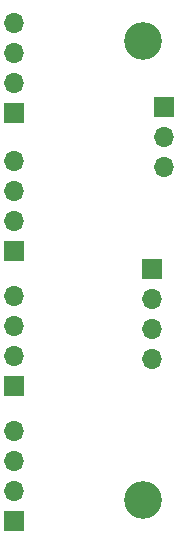
<source format=gbs>
%TF.GenerationSoftware,KiCad,Pcbnew,(6.0.0)*%
%TF.CreationDate,2022-03-13T19:19:56-04:00*%
%TF.ProjectId,4 GC port esd board (for wii mini),34204743-2070-46f7-9274-206573642062,rev?*%
%TF.SameCoordinates,Original*%
%TF.FileFunction,Soldermask,Bot*%
%TF.FilePolarity,Negative*%
%FSLAX46Y46*%
G04 Gerber Fmt 4.6, Leading zero omitted, Abs format (unit mm)*
G04 Created by KiCad (PCBNEW (6.0.0)) date 2022-03-13 19:19:56*
%MOMM*%
%LPD*%
G01*
G04 APERTURE LIST*
%ADD10R,1.700000X1.700000*%
%ADD11O,1.700000X1.700000*%
%ADD12C,3.200000*%
G04 APERTURE END LIST*
D10*
%TO.C,J3*%
X102108000Y-87376000D03*
D11*
X102108000Y-84836000D03*
X102108000Y-82296000D03*
X102108000Y-79756000D03*
%TD*%
D12*
%TO.C,REF\u002A\u002A*%
X113030000Y-108458000D03*
%TD*%
D10*
%TO.C,J6*%
X113792000Y-88910000D03*
D11*
X113792000Y-91450000D03*
X113792000Y-93990000D03*
X113792000Y-96530000D03*
%TD*%
D12*
%TO.C,REF\u002A\u002A*%
X113030000Y-69596000D03*
%TD*%
D10*
%TO.C,J1*%
X102108000Y-110226000D03*
D11*
X102108000Y-107686000D03*
X102108000Y-105146000D03*
X102108000Y-102606000D03*
%TD*%
D10*
%TO.C,J5*%
X114808000Y-75184000D03*
D11*
X114808000Y-77724000D03*
X114808000Y-80264000D03*
%TD*%
D10*
%TO.C,J4*%
X102108000Y-98806000D03*
D11*
X102108000Y-96266000D03*
X102108000Y-93726000D03*
X102108000Y-91186000D03*
%TD*%
D10*
%TO.C,J2*%
X102108000Y-75692000D03*
D11*
X102108000Y-73152000D03*
X102108000Y-70612000D03*
X102108000Y-68072000D03*
%TD*%
M02*

</source>
